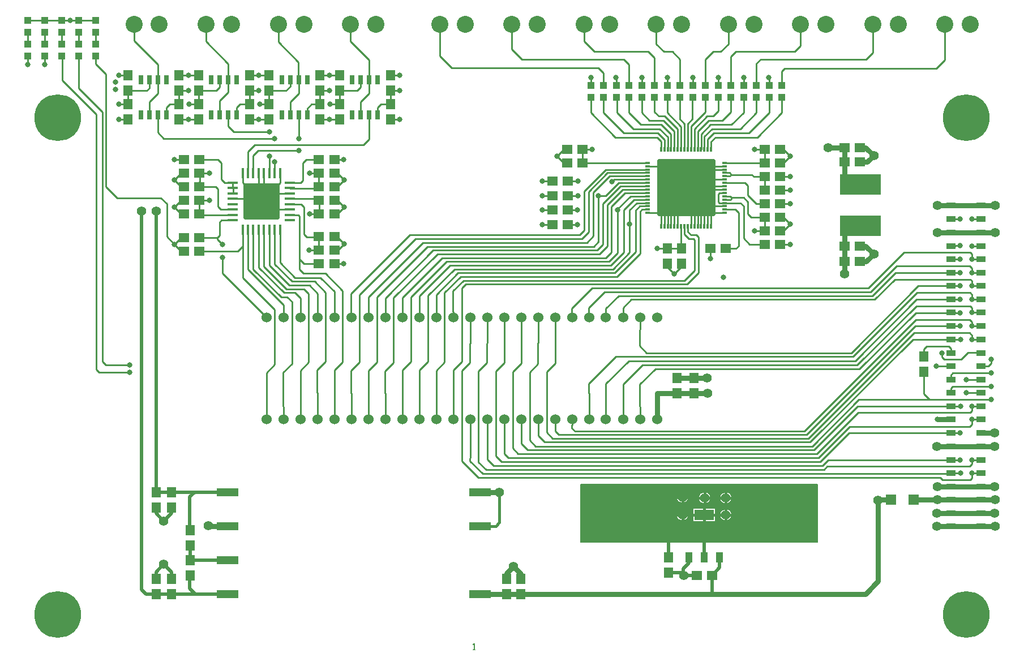
<source format=gbr>
%FSLAX23Y23*%
%MOIN*%
G04 EasyPC Gerber Version 17.0 Build 3379 *
%ADD118R,0.01260X0.03150*%
%ADD121R,0.01598X0.05906*%
%ADD80R,0.02559X0.05512*%
%ADD119R,0.03150X0.01260*%
%ADD120R,0.05906X0.01598*%
%ADD93R,0.03937X0.04291*%
%ADD81R,0.04488X0.06496*%
%ADD79R,0.05500X0.06000*%
%ADD71R,0.05512X0.03504*%
%ADD91R,0.06300X0.06300*%
%ADD10C,0.00500*%
%ADD11C,0.01000*%
%ADD22C,0.01500*%
%ADD20C,0.02000*%
%ADD78C,0.02500*%
%ADD21C,0.03000*%
%ADD70C,0.03200*%
%ADD19C,0.05600*%
%ADD13C,0.06000*%
%ADD76C,0.10000*%
%ADD12C,0.27500*%
%ADD122R,0.12598X0.04724*%
%ADD84R,0.06000X0.05500*%
%ADD82R,0.11811X0.06496*%
%ADD123R,0.24016X0.12047*%
X0Y0D02*
D02*
D10*
X2725Y69D02*
X2737D01*
X2731D02*
Y107D01*
X2725Y101*
X4753Y703D02*
Y1043D01*
X3358*
Y703*
X4753*
X3922Y863D02*
G75*
G02X3993I36D01*
G01*
G75*
G02X3922I-36*
G01*
Y968D02*
G75*
G02X3993I36D01*
G01*
G75*
G02X3922I-36*
G01*
X4052Y963D02*
G75*
G02X4123I36D01*
G01*
G75*
G02X4052I-36*
G01*
X4152Y824D02*
X4019D01*
Y904*
X4152*
Y824*
X4177Y863D02*
G75*
G02X4248I36D01*
G01*
G75*
G02X4177I-36*
G01*
Y963D02*
G75*
G02X4248I36D01*
G01*
G75*
G02X4177I-36*
G01*
X3358Y863D02*
G36*
Y703D01*
X4753*
Y863*
X4248*
G75*
G02X4177I-36*
G01*
X4152*
Y824*
X4019*
Y863*
X3993*
G75*
G02X3922I-36*
G01*
X3358*
G37*
X3922D02*
G36*
G75*
G02X3993I36D01*
G01*
X4019*
Y904*
X4152*
Y863*
X4177*
G75*
G02X4248I36*
G01*
X4753*
Y968*
X4248*
G75*
G02X4248Y963I-35J-5*
G01*
G75*
G02X4177I-36*
G01*
G75*
G02X4177Y968I36J0*
G01*
X4123*
G75*
G02X4123Y963I-35J-5*
G01*
G75*
G02X4052I-36*
G01*
G75*
G02X4052Y968I36J0*
G01*
X3993*
G75*
G02X3922I-36*
G01*
X3358*
Y863*
X3922*
G37*
Y968D02*
G36*
G75*
G02X3993I36D01*
G01*
X4052*
G75*
G02X4123I35J-5*
G01*
X4177*
G75*
G02X4248I35J-5*
G01*
X4753*
Y1043*
X3358*
Y968*
X3922*
G37*
D02*
D11*
X102Y3565D02*
Y3515D01*
X102Y3705D02*
Y3636D01*
X102Y3635*
X201Y3705D02*
Y3636D01*
X202Y3635*
X201Y3775D02*
X102D01*
X102Y3775*
X201Y3775D02*
X301D01*
X202Y3565D02*
Y3515D01*
X301Y3705D02*
Y3636D01*
X302Y3635*
X301Y3775D02*
X352D01*
X401Y3705D02*
Y3636D01*
X402Y3635*
X401Y3775D02*
X352D01*
X402Y3565D02*
Y3560D01*
X402*
Y3378*
X543Y3238*
Y1765*
X562Y1746*
X703*
X501Y3705D02*
Y3701D01*
X502Y3700*
Y3635*
X501Y3775D02*
X401D01*
X502Y3565D02*
Y3520D01*
X562Y3460*
Y2796*
X629Y2729*
X886*
X921Y2695*
Y2502*
X966Y2457*
X693Y3193D02*
X638D01*
X693Y3283D02*
Y3363D01*
Y3283D02*
X638D01*
X693Y3363D02*
X803D01*
X818Y3378*
Y3428*
X693Y3453D02*
X638D01*
X703Y1702D02*
X523D01*
X506Y1719*
Y3223*
X304Y3424*
Y3553*
X302Y3556*
Y3565*
X868Y3219D02*
Y3115D01*
X903Y3080*
X1557*
X868Y3428D02*
Y3516D01*
X728Y3655*
Y3752*
X728Y3753*
X868Y3428D02*
Y3348D01*
X818Y3298*
Y3219*
X948Y488D02*
Y493D01*
X993Y3193D02*
X1048D01*
X993Y3283D02*
X938D01*
X918Y3263*
Y3219*
X993Y3283D02*
Y3363D01*
X1048*
X993Y3453D02*
X1048D01*
X1023Y2418D02*
X1019D01*
X1019Y2417*
X1006*
X966Y2457*
X1023Y2498D02*
X1006D01*
X966Y2457*
X1023Y2638D02*
X1020D01*
X1020Y2637*
X1004*
X965Y2676*
X1023Y2718D02*
X1007D01*
X965Y2676*
X1023Y2798D02*
X1018D01*
X1017Y2797*
X1006*
X966Y2837*
X1023Y2878D02*
X1007D01*
X966Y2837*
X1023Y2958D02*
X965D01*
X965Y2958*
X1108Y3193D02*
X1048D01*
X1108Y3283D02*
Y3363D01*
Y3283D02*
X1083D01*
Y3283*
X1053*
X1108Y3363D02*
X1213D01*
X1233Y3383*
Y3428*
X1108Y3453D02*
X1048D01*
X1113Y2638D02*
Y2631D01*
X1310*
X1310Y2631*
X1310*
X1113Y2718D02*
X1173D01*
X1113D02*
Y2638D01*
Y2798D02*
X1208D01*
X1222Y2783*
Y2681*
X1240Y2663*
X1310*
X1310Y2663*
X1113Y2878D02*
X1173D01*
X1113D02*
Y2875D01*
X1117Y2870*
Y2829*
X1113Y2824*
Y2798*
Y2958D02*
X1223D01*
X1242Y2938*
Y2841*
X1263Y2821*
X1310*
X1310Y2820*
X1218Y2496D02*
Y2486D01*
X1249Y2455*
X1218Y2496D02*
X1114D01*
X1113Y2498*
X1249Y2381D02*
Y2286D01*
X1508Y2028*
X1283Y3219D02*
Y3152D01*
X1316Y3119*
X1525*
X1283Y3428D02*
Y3520D01*
X1151Y3652*
Y3751*
X1153Y3753*
X1283Y3428D02*
Y3353D01*
X1233Y3303*
Y3219*
X1310Y2600D02*
X1242D01*
X1231Y2588*
Y2509*
X1218Y2496*
X1310Y2726D02*
X1381D01*
X1384Y2723*
X1310Y2757D02*
Y2760D01*
X1311Y2761*
Y2787*
X1310Y2787*
Y2789*
Y2820*
X1368Y2446D02*
Y2261D01*
X1557Y2072*
Y2003*
X1368Y2446D02*
Y2446D01*
X1339Y2417*
X1140*
X1140Y2418*
X1113*
X1368Y2543D02*
Y2446D01*
Y2877D02*
Y2821D01*
X1384Y2804*
X1399Y2543D02*
Y2309D01*
X1608Y2100*
X1608Y2100*
Y2028*
X1408Y3193D02*
X1463D01*
X1408Y3283D02*
Y3283D01*
X1353*
X1333Y3263*
Y3219*
X1408Y3363D02*
Y3283D01*
Y3363D02*
X1463D01*
X1408Y3453D02*
X1463D01*
X1462Y2543D02*
Y2321D01*
X1611Y2172*
X1675*
X1708Y2139*
Y2061*
X1708Y2060*
Y2028*
X1462Y2877D02*
Y2805D01*
X1463Y2804*
X1493Y2543D02*
Y2326D01*
X1626Y2193*
X1730*
X1757Y2165*
Y1763*
X1708Y1714*
Y1580*
X1708Y1580*
Y1428*
X1493Y2877D02*
Y2805D01*
X1493Y2804*
X1523Y3193D02*
X1463D01*
X1523Y3283D02*
Y3363D01*
Y3283D02*
X1498D01*
Y3283*
X1468*
X1523Y3363D02*
X1623D01*
X1648Y3388*
Y3428*
X1523Y3453D02*
X1463D01*
X1525Y2543D02*
Y2333D01*
X1643Y2215*
X1761*
X1809Y2168*
X1808Y2167*
Y2028*
X1525Y2975D02*
Y2879D01*
X1525Y2879*
Y2877*
X1556Y2543D02*
Y2340D01*
X1658Y2239*
X1791*
X1856Y2174*
Y1765*
X1807Y1716*
Y1584*
X1808Y1584*
Y1428*
X1556Y2877D02*
Y2943D01*
X1557Y2943*
Y2003D02*
Y1750D01*
X1508Y1701*
Y1581*
X1508Y1581*
Y1428*
X1588Y2543D02*
Y2540D01*
X1588Y2540*
Y2349*
X1675Y2261*
X1825*
X1908Y2179*
Y2028*
X1588Y2877D02*
Y2820D01*
X1573Y2804*
X1608Y1428D02*
X1606Y1579D01*
Y1702*
X1658Y1753*
Y2120*
X1630Y2148*
X1594*
X1430Y2311*
Y2543*
X1645Y2631D02*
X1647D01*
X1648Y2631*
X1694*
X1703Y2622*
Y2370*
X1645Y2663D02*
Y2663D01*
X1573*
X1645Y2694D02*
X1712D01*
X1729Y2677*
Y2516*
X1744Y2501*
X1816*
X1817Y2503*
X1645Y2726D02*
X1809D01*
X1817Y2718*
X1645Y2757D02*
X1573D01*
X1573Y2758*
X1645Y2789D02*
Y2788D01*
X1809*
X1817Y2797*
Y2798*
X1698Y3219D02*
Y3080D01*
X1698Y3080*
X1698Y3428D02*
Y3445D01*
X1696Y3446*
Y3531*
X1578Y3649*
Y3752*
X1578Y3753*
X1698Y3428D02*
Y3348D01*
X1648Y3298*
Y3219*
X1698Y3009D02*
X1459D01*
X1430Y2980*
Y2878*
X1430Y2878*
Y2877*
X1703Y2370D02*
Y2309D01*
X1726Y2285*
X1855*
X1956Y2184*
Y1763*
X1910Y1718*
X1908*
Y1428*
X1703Y2370D02*
Y2369D01*
X1729Y2343*
X1817*
X1817Y2343*
Y2423D02*
X1758D01*
X1817Y2503D02*
Y2423D01*
Y2638D02*
X1762D01*
X1761Y2638*
X1817Y2638D02*
Y2642D01*
X1819Y2643*
Y2717*
X1817Y2718*
Y2878D02*
X1762D01*
X1761Y2878*
X1817Y2878D02*
Y2798D01*
Y2958D02*
X1743D01*
X1722Y2937*
Y2833*
X1710Y2821*
X1645*
X1645Y2820*
X1823Y3193D02*
X1878D01*
X1823Y3283D02*
X1773D01*
X1748Y3258*
Y3219*
X1823Y3363D02*
Y3283D01*
Y3363D02*
X1878D01*
X1823Y3453D02*
X1878D01*
X1908Y2343D02*
X1963D01*
X1963Y2343*
X1908Y2423D02*
X1911D01*
X1912Y2421*
X1926*
X1965Y2460*
X1908Y2503D02*
X1922D01*
X1965Y2460*
X1908Y2638D02*
X1924D01*
X1965Y2678*
X1908Y2718D02*
X1925D01*
X1965Y2678*
X1908Y2798D02*
X1924D01*
X1965Y2838*
X1908Y2878D02*
X1925D01*
X1965Y2838*
X1908Y2958D02*
X1962D01*
X1963Y2957*
X1938Y3193D02*
X1878D01*
X1938Y3283D02*
X1883D01*
X1938D02*
Y3363D01*
X2043*
X2063Y3383*
Y3428*
X1938Y3453D02*
X1878D01*
X2113Y3219D02*
Y3078D01*
X2078Y3043*
X1439*
X1399Y3003*
Y2879*
X1399Y2878*
Y2877*
X2113Y3428D02*
Y3544D01*
X2002Y3654*
Y3752*
X2003Y3753*
X2113Y3428D02*
Y3348D01*
X2063Y3298*
Y3219*
X2238Y3193D02*
X2293D01*
X2238Y3283D02*
X2183D01*
X2163Y3263*
Y3219*
X2238Y3363D02*
X2293D01*
X2238D02*
Y3283D01*
Y3453D02*
X2293D01*
X2608Y2028D02*
Y2059D01*
X2607Y2059*
Y2183*
X2669Y2244*
X3969*
X4029Y2304*
Y2484*
X4021Y2491*
X3995*
X3969Y2517*
Y2564*
X3193Y2574D02*
X3133D01*
X3193Y2659D02*
X3133D01*
X3193Y2744D02*
X3133D01*
X3193Y2829D02*
X3193D01*
Y2829*
X3133*
X3280Y2938D02*
X3260D01*
X3220Y2978*
X3280Y3018D02*
X3260D01*
X3220Y2978*
X3283Y2574D02*
X3340D01*
X3283Y2659D02*
X3339D01*
X3339Y2659*
X3283Y2744D02*
X3341D01*
X3341Y2744*
Y2829D02*
X3283D01*
X3283Y2829*
X3370Y3018D02*
X3425D01*
X3370D02*
Y2938D01*
X3418Y3393D02*
Y3440D01*
X3418Y3440*
X3463Y2744D02*
Y2474D01*
X3434Y2444*
X2456*
X2159Y2147*
Y1763*
X2108Y1712*
Y1578*
X2108Y1428*
X3493Y3393D02*
Y3468D01*
X3463Y3498*
X2598*
X2528Y3568*
Y3753*
X3568Y3393D02*
Y3440D01*
X3567Y3440*
X3577Y2660D02*
Y2406D01*
X3526Y2355*
X2569*
X2359Y2145*
Y1767*
X2309Y1717*
Y1579*
X2308Y1428*
X3643Y3393D02*
Y3518D01*
X3613Y3548*
X3013*
X2953Y3608*
Y3753*
X3646Y2575D02*
Y2409D01*
X3548Y2311*
X2615*
X2459Y2155*
Y1768*
X2408Y1717*
Y1580*
X2408Y1580*
Y1428*
X3718Y3393D02*
Y3416D01*
X3718*
Y3440*
X3753Y2642D02*
X3828D01*
X3833Y2638*
X3753Y2662D02*
X3719D01*
X3708Y2651*
Y2404*
X3571Y2266*
X2652*
X2557Y2172*
Y1762*
X2509Y1714*
Y1579*
X2508Y1428*
X3753Y2682D02*
X3707D01*
X3682Y2657*
Y2412*
X3558Y2289*
X2636*
X2508Y2160*
Y2054*
X2508Y2054*
Y2028*
X3753Y2701D02*
X3688D01*
X3646Y2660*
Y2575*
X3753Y2721D02*
X3672D01*
X3612Y2661*
Y2409*
X3536Y2333*
X2589*
X2408Y2152*
Y2028*
X2408*
X3753Y2741D02*
X3653D01*
X3577Y2665*
Y2660*
X3753Y2760D02*
X3618D01*
X3538Y2681*
Y2409*
X3507Y2378*
X2542*
X2308Y2143*
Y2028*
X3753Y2780D02*
X3605D01*
X3515Y2690*
Y2445*
X3470Y2400*
X2514*
X2257Y2143*
Y1761*
X2205Y1710*
Y1581*
X2208Y1579*
Y1428*
X3753Y2800D02*
X3750D01*
X3749Y2799*
X3593*
X3488Y2695*
Y2456*
X3455Y2422*
X2489*
X2208Y2141*
Y2028*
X3753Y2820D02*
X3750D01*
X3749Y2819*
X3582*
X3507Y2744*
X3463*
X3753Y2839D02*
X3751D01*
X3751Y2839*
X3556*
X3542Y2826*
X3753Y2859D02*
X3528D01*
X3431Y2762*
Y2505*
X3394Y2467*
X2428*
X2108Y2148*
Y2028*
X2108*
X3753Y2879D02*
X3517D01*
X3405Y2767*
Y2531*
X3364Y2490*
X2386*
X2057Y2160*
Y1763*
X2007Y1714*
Y1581*
X2008Y1580*
Y1428*
X3753Y2898D02*
X3506D01*
X3379Y2771*
Y2540*
X3352Y2514*
X2353*
X2007Y2168*
Y2028*
X2008*
X3753Y2918D02*
X3822D01*
X3822Y2918*
X3753Y2938D02*
X3600D01*
Y2938*
X3370*
X3793Y3393D02*
Y3558D01*
X3757Y3593*
X3438*
X3378Y3653*
Y3753*
X3831Y2564D02*
Y2631D01*
X3838Y2638*
X3831Y3016D02*
Y3064D01*
X3808Y3088*
X3563*
X3418Y3233*
Y3323*
X3851Y2564D02*
Y2636D01*
X3853Y2638*
X3851Y3016D02*
Y3074D01*
X3813Y3113*
X3613*
X3493Y3233*
Y3323*
X3868Y2343D02*
Y2323D01*
X3908Y2283*
X3868Y2433D02*
X3808D01*
X3868Y3393D02*
Y3439D01*
X3868Y3440*
X3871Y2564D02*
Y2636D01*
X3873Y2638*
X3871Y3016D02*
Y3090D01*
X3822Y3138*
X3668*
X3572Y3233*
Y3318*
X3568Y3323*
X3890Y2564D02*
Y2635D01*
X3893Y2638*
X3890Y3016D02*
Y3105D01*
X3833Y3163*
X3713*
X3643Y3233*
Y3323*
X3910Y2564D02*
Y2635D01*
X3908Y2638*
X3910Y3016D02*
Y3017D01*
X3910Y3018*
Y3123*
X3845Y3188*
X3763*
X3718Y3233*
Y3323*
X3930Y2564D02*
Y2635D01*
X3933Y2638*
X3930Y3016D02*
Y3135D01*
X3853Y3213*
X3818*
X3793Y3238*
Y3323*
X3943Y3393D02*
Y3548D01*
X3898Y3593*
X3848*
X3803Y3638*
Y3753*
X3949Y2564D02*
Y2436D01*
X3953Y2433*
X3949Y3016D02*
Y3151D01*
X3868Y3233*
Y3323*
X3953Y2343D02*
Y2328D01*
X3908Y2283*
X3953Y2433D02*
X3868D01*
X3969Y3016D02*
X3969D01*
Y3168*
X3941Y3196*
Y3323*
X3943*
X3989Y2564D02*
Y2531D01*
X4008Y2512*
X4040*
X4053Y2500*
Y2290*
X3984Y2222*
X2681*
X2659Y2199*
Y1765*
X2609Y1715*
Y1579*
X2608Y1428*
X3989Y3016D02*
X3988D01*
Y3168*
X4016Y3196*
Y3323*
X4018*
X4008Y2564D02*
Y2637D01*
X4008Y2638*
X4008Y3016D02*
X4008D01*
Y3153*
X4093Y3238*
Y3323*
X4018Y3393D02*
Y3439D01*
X4018Y3440*
X4028Y2564D02*
Y2637D01*
X4028Y2638*
X4028Y3016D02*
X4028D01*
Y3138*
X4103Y3213*
X4138*
X4168Y3243*
Y3323*
X4048Y2564D02*
Y2637D01*
X4048Y2638*
X4048Y3016D02*
Y3017D01*
X4048Y3018*
Y3123*
X4113Y3188*
X4193*
X4243Y3238*
Y3323*
X4067Y2564D02*
Y2638D01*
X4068Y2638*
X4067Y3016D02*
Y3018D01*
X4068Y3018*
Y3108*
X4122Y3163*
X4247*
X4318Y3233*
Y3323*
X4087Y2564D02*
Y2637D01*
X4088Y2638*
X4087Y3016D02*
Y3092D01*
X4133Y3138*
X4298*
X4393Y3233*
Y3323*
X4093Y3393D02*
Y3548D01*
X4138Y3593*
X4183*
X4228Y3638*
Y3753*
X4107Y2564D02*
Y2637D01*
X4108Y2638*
X4107Y3016D02*
Y3077D01*
X4143Y3113*
X4348*
X4468Y3233*
Y3323*
X4122Y2433D02*
Y2373D01*
X4127Y2564D02*
Y2632D01*
X4138Y2643*
X4127Y3016D02*
Y3062D01*
X4153Y3088*
X4398*
X4543Y3233*
Y3323*
X4168Y3393D02*
Y3399D01*
X4168Y3399*
Y3440*
X4205Y2642D02*
Y2643D01*
X4138*
X4205Y2662D02*
X4268D01*
X4288Y2643*
Y2448*
X4273Y2433*
X4213*
X4205Y2682D02*
X4138D01*
X4138Y2683*
X4205Y2701D02*
X4299D01*
X4318Y2683*
Y2493*
X4353Y2458*
X4443*
X4205Y2741D02*
X4239D01*
X4247Y2733*
X4205Y2760D02*
X4175D01*
X4168Y2753*
Y2708*
X4174Y2701*
X4205*
Y2780D02*
X4140D01*
X4138Y2783*
X4205Y2800D02*
X4140D01*
X4138Y2803*
X4205Y2820D02*
X4326D01*
X4343Y2803*
Y2748*
X4393Y2698*
X4443*
X4205Y2839D02*
X4141D01*
X4138Y2843*
X4205Y2879D02*
X4234D01*
X4245Y2868*
X4205Y2898D02*
X4138D01*
X4138Y2898*
X4205Y2918D02*
X4138D01*
X4138Y2918*
X4205Y2938D02*
X4443D01*
X4243Y3393D02*
Y3563D01*
X4273Y3593*
X4618*
X4653Y3628*
Y3753*
X4245Y2868D02*
X4236Y2859D01*
X4205*
X4247Y2733D02*
X4318D01*
X4343Y2708*
Y2638*
X4363Y2618*
X4443*
X4247Y2733D02*
Y2728D01*
X4241Y2721*
X4205*
X4318Y3393D02*
Y3398D01*
X4319Y3399*
Y3440*
X4393Y3393D02*
Y3523D01*
X4418Y3548*
X5038*
X5078Y3588*
Y3753*
X4443Y2538D02*
X4383D01*
X4443Y2618D02*
Y2538D01*
Y2858D02*
Y2778D01*
Y2858D02*
X4442D01*
Y2857*
X4378*
X4367Y2868*
X4245*
X4443Y2938D02*
Y3018D01*
X4383*
X4468Y3393D02*
Y3439D01*
X4467Y3440*
X4532Y2458D02*
X4593D01*
X4532Y2538D02*
X4553D01*
X4593Y2578*
X4532Y2618D02*
X4553D01*
X4593Y2578*
X4532Y2698D02*
X4593D01*
X4532Y2778D02*
X4593D01*
X4532Y2858D02*
X4593D01*
X4532Y2938D02*
X4553D01*
X4593Y2978*
X4532Y3018D02*
X4553D01*
X4593Y2978*
X4543Y3393D02*
Y3478D01*
X4558Y3493*
X5453*
X5503Y3543*
Y3753*
X5414Y1543D02*
X4997D01*
X4723Y1268*
X3092*
X3058Y1302*
Y1704*
X3107Y1752*
Y1876*
X3108Y1877*
Y2028*
X5414Y1543D02*
X5413D01*
X5378Y1578*
Y1706*
X5378Y1706*
Y1708*
X5453Y1740D02*
Y1740D01*
X5539*
X5486Y1816D02*
Y1792D01*
X5498Y1780*
X5600*
X5640Y1820*
X5715*
X5716Y1818*
X5539Y1110D02*
Y1107D01*
X2781*
X2707Y1181*
Y1198*
X2708Y1199*
Y1428*
X5539Y1188D02*
Y1188D01*
X4816*
X4781Y1153*
X2845*
X2808Y1190*
Y1428*
X5539Y1346D02*
X4939D01*
X4770Y1177*
X2891*
X2858Y1209*
Y1710*
X2908Y1760*
Y1874*
X2908Y1875*
Y2028*
X5539Y1503D02*
Y1503D01*
X4990*
X4733Y1246*
X3045*
X3008Y1283*
Y1428*
X5539Y1582D02*
Y1610D01*
X5550Y1621*
X5775*
X5539Y1661D02*
Y1688D01*
X5550Y1700*
X5775*
X5539Y1818D02*
Y1844D01*
X5525Y1857*
X5395*
X5379Y1841*
Y1799*
X5378Y1798*
X5539Y1897D02*
X5316D01*
X4710Y1292*
X3147*
X3108Y1331*
Y1428*
X5539Y1976D02*
X5330D01*
X4689Y1335*
X3228*
X3208Y1356*
Y1428*
X5539Y2055D02*
Y2054D01*
X5331*
X5000Y1724*
X3798*
X3707Y1632*
Y1578*
X3708Y1428*
X5539Y2133D02*
Y2133D01*
X5336*
X4974Y1771*
X3642*
X3507Y1636*
Y1578*
X3507Y1428*
X5539Y2212D02*
X5345D01*
X4951Y1818*
X3747*
X3706Y1860*
Y1880*
X3708Y2028*
X5539Y2291D02*
X5213D01*
X5076Y2154*
X3582*
X3507Y2079*
Y2061*
X3507Y2060*
Y2028*
X5591Y2369D02*
X5564D01*
Y2370*
X5539*
X5592Y2213D02*
X5566D01*
Y2212*
X5539*
X5592Y2449D02*
X5566D01*
Y2448*
X5539*
X5593Y1188D02*
X5566D01*
Y1188*
X5539*
X5593Y1345D02*
X5566D01*
Y1346*
X5539*
X5593Y1976D02*
X5566D01*
Y1976*
X5539*
X5593Y2054D02*
X5566D01*
Y2055*
X5539*
X5593Y2133D02*
X5566D01*
Y2133*
X5539*
X5593Y2291D02*
X5564D01*
Y2291*
X5539*
X5593Y2606D02*
X5566D01*
Y2606*
X5539*
X5594Y1110D02*
X5567D01*
Y1110*
X5539*
X5594Y1897D02*
X5567D01*
Y1897*
X5539*
X5595Y1503D02*
X5567D01*
Y1503*
X5539*
X5628Y1583D02*
X5672D01*
Y1582*
X5716*
X5629Y1661D02*
X5672D01*
Y1661*
X5716*
X5663Y1110D02*
Y1081D01*
X5651Y1070*
X5490*
X5477Y1083*
X2756*
X2660Y1179*
Y1712*
X2707Y1760*
Y1873*
X2708Y1873*
Y2028*
X5663Y1110D02*
X5716D01*
X5663Y1188D02*
Y1162D01*
X5650Y1149*
X4810*
X4791Y1131*
X2801*
X2757Y1174*
Y1711*
X2807Y1761*
Y1874*
X2808Y1875*
Y2028*
X5663Y1188D02*
X5716D01*
X5663Y1425D02*
Y1398D01*
X5649Y1384*
X4942*
X4758Y1199*
X2931*
X2908Y1222*
Y1428*
X5663Y1425D02*
X5716D01*
X5663Y1503D02*
Y1476D01*
X5653Y1466*
X4991*
X4748Y1223*
X2990*
X2958Y1256*
Y1706*
X3008Y1756*
Y1875*
X3008Y1875*
Y2028*
X5663Y1503D02*
X5716D01*
X5663Y1897D02*
Y1921D01*
X5648Y1936*
X5321*
X4699Y1314*
X3193*
X3158Y1349*
Y1705*
X3209Y1756*
Y1876*
X3208Y2028*
X5663Y1897D02*
X5716D01*
X5663Y1976D02*
Y2001D01*
X5649Y2014*
X5332*
X4674Y1357*
X3325*
X3307Y1374*
Y1392*
X3308Y1392*
Y1428*
X5663Y1976D02*
X5716D01*
X5663Y2055D02*
Y2083D01*
X5651Y2094*
X5334*
X4986Y1746*
X3721*
X3608Y1634*
Y1578*
X3608Y1428*
X5663Y2055D02*
X5716D01*
X5663Y2133D02*
Y2160D01*
X5651Y2172*
X5338*
X4961Y1795*
X3567*
X3407Y1635*
Y1579*
X3408Y1579*
Y1428*
X5663Y2133D02*
X5716D01*
X5663Y2212D02*
Y2242D01*
X5653Y2251*
X5208*
X5088Y2132*
X3657*
X3608Y2082*
Y2028*
X5663Y2212D02*
X5716D01*
X5663Y2291D02*
Y2318D01*
X5650Y2330*
X5218*
X5065Y2177*
X3500*
X3407Y2084*
Y2051*
X3408Y2050*
Y2028*
X5663Y2291D02*
X5716D01*
X5663Y2370D02*
Y2399D01*
X5651Y2410*
X5262*
X5051Y2199*
X3425*
X3306Y2080*
Y2054*
X3308Y2053*
Y2028*
X5663Y2370D02*
X5716D01*
X5663Y2448D02*
X5716D01*
X5663Y2606D02*
X5716D01*
Y1740D02*
X5758D01*
X5775Y1756*
Y1780*
Y1543D02*
X5414D01*
X5799Y952D02*
X5799Y952D01*
D02*
D12*
X278Y278D03*
Y3203D03*
X5628Y278D03*
Y3203D03*
D02*
D13*
X1508Y1428D03*
Y2028D03*
X1608Y1428D03*
Y2028D03*
X1708Y1428D03*
Y2028D03*
X1808Y1428D03*
Y2028D03*
X1908Y1428D03*
Y2028D03*
X2008Y1428D03*
Y2028D03*
X2108Y1428D03*
Y2028D03*
X2208Y1428D03*
Y2028D03*
X2308Y1428D03*
Y2028D03*
X2408Y1428D03*
Y2028D03*
X2508Y1428D03*
Y2028D03*
X2608Y1428D03*
Y2028D03*
X2708Y1428D03*
Y2028D03*
X2808Y1428D03*
Y2028D03*
X2908Y1428D03*
Y2028D03*
X3008Y1428D03*
Y2028D03*
X3108Y1428D03*
Y2028D03*
X3208Y1428D03*
Y2028D03*
X3308Y1428D03*
Y2028D03*
X3408Y1428D03*
Y2028D03*
X3507Y1428D03*
Y2028D03*
X3608Y1428D03*
Y2028D03*
X3708Y1428D03*
Y2028D03*
X3808Y1428D03*
Y2028D03*
D02*
D19*
X773Y2653D03*
X858D03*
X903Y573D03*
Y828D03*
X1166Y799D03*
X2878Y998D03*
X2962Y560D03*
X3958Y863D03*
Y968D03*
X3964Y508D03*
X4088Y963D03*
X4102Y1669D03*
X4104Y1580D03*
X4213Y863D03*
Y963D03*
X4815Y3026D03*
X4912Y2283D03*
X5084Y2400D03*
Y2979D03*
X5108Y951D03*
X5457Y795D03*
Y874D03*
Y1267D03*
X5458Y952D03*
Y2527D03*
Y2685D03*
X5459Y1031D03*
X5797Y874D03*
Y1031D03*
Y1267D03*
Y1347D03*
X5799Y795D03*
Y952D03*
Y2527D03*
Y2685D03*
D02*
D70*
X102Y3515D03*
X202D03*
X352Y3775D03*
X620Y3370D03*
Y3412D03*
X638Y3193D03*
Y3283D03*
Y3453D03*
X703Y1702D03*
Y1746D03*
X965Y2676D03*
Y2958D03*
X966Y2837D03*
X966Y2457D03*
X1048Y3193D03*
Y3363D03*
Y3453D03*
X1053Y3283D03*
X1173Y2718D03*
Y2878D03*
X1249Y2381D03*
Y2455D03*
X1408Y2638D03*
Y2713D03*
Y2783D03*
X1463Y3193D03*
Y3363D03*
Y3453D03*
X1468Y3283D03*
X1478Y2638D03*
Y2713D03*
Y2783D03*
X1525Y2975D03*
Y3119D03*
X1548Y2713D03*
Y2783D03*
X1553Y2638D03*
X1557Y2943D03*
Y3080D03*
X1698Y3009D03*
Y3080D03*
X1758Y2423D03*
X1761Y2638D03*
Y2878D03*
X1878Y3193D03*
Y3363D03*
Y3453D03*
X1883Y3283D03*
X1963Y2343D03*
Y2957D03*
X1965Y2460D03*
Y2678D03*
Y2838D03*
X2293Y3193D03*
Y3363D03*
Y3453D03*
X3133Y2574D03*
Y2659D03*
Y2744D03*
X3133Y2829D03*
X3220Y2978D03*
X3339Y2659D03*
X3340Y2574D03*
X3341Y2744D03*
Y2829D03*
X3418Y3440D03*
X3425Y3018D03*
X3463Y2744D03*
X3542Y2826D03*
X3567Y3440D03*
X3577Y2660D03*
X3646Y2575D03*
X3718Y3440D03*
X3808Y2433D03*
X3858Y2668D03*
Y2793D03*
Y2918D03*
X3868Y3440D03*
X3908Y2283D03*
X3928Y2728D03*
Y2858D03*
X3988Y2668D03*
Y2793D03*
Y2918D03*
X4018Y3440D03*
X4058Y2728D03*
Y2858D03*
X4103Y2673D03*
Y2793D03*
Y2918D03*
X4122Y2373D03*
X4168Y3440D03*
X4199Y2264D03*
X4319Y3440D03*
X4383Y2538D03*
Y3018D03*
X4467Y3440D03*
X4593Y2458D03*
Y2578D03*
Y2698D03*
Y2778D03*
Y2858D03*
Y2978D03*
X5453Y1740D03*
X5458Y1425D03*
X5486Y1816D03*
X5591Y2369D03*
X5592Y2213D03*
Y2449D03*
X5593Y1188D03*
Y1345D03*
Y1976D03*
Y2054D03*
Y2133D03*
Y2291D03*
Y2606D03*
X5594Y1110D03*
Y1897D03*
X5595Y1503D03*
X5628Y1583D03*
X5629Y1661D03*
X5663Y1110D03*
Y1188D03*
Y1425D03*
Y1503D03*
Y1897D03*
Y1976D03*
Y2055D03*
Y2133D03*
Y2212D03*
Y2291D03*
Y2370D03*
Y2448D03*
Y2606D03*
X5775Y1543D03*
Y1621D03*
Y1700D03*
Y1780D03*
D02*
D71*
X5539Y795D03*
Y873D03*
Y952D03*
Y1031D03*
Y1110D03*
Y1188D03*
Y1267D03*
Y1346D03*
Y1425D03*
Y1503D03*
Y1582D03*
Y1661D03*
Y1740D03*
Y1818D03*
Y1897D03*
Y1976D03*
Y2055D03*
Y2133D03*
Y2212D03*
Y2291D03*
Y2370D03*
Y2448D03*
Y2527D03*
Y2606D03*
Y2685D03*
X5716Y795D03*
Y873D03*
Y952D03*
Y1031D03*
Y1110D03*
Y1188D03*
Y1267D03*
Y1346D03*
Y1425D03*
Y1503D03*
Y1582D03*
Y1661D03*
Y1740D03*
Y1818D03*
Y1897D03*
Y1976D03*
Y2055D03*
Y2133D03*
Y2212D03*
Y2291D03*
Y2370D03*
Y2448D03*
Y2527D03*
Y2606D03*
Y2685D03*
D02*
D20*
X858Y398D02*
X798D01*
X773Y423*
Y2653*
X858Y488D02*
Y528D01*
X903Y573*
X858Y908D02*
Y873D01*
X903Y828*
X858Y2653D02*
Y998D01*
X948Y398D02*
X858D01*
X948Y493D02*
Y528D01*
X903Y573*
X948Y908D02*
Y873D01*
X903Y828*
X948Y998D02*
X858D01*
X1059Y598D02*
Y683D01*
X1088Y998D02*
X948D01*
X948Y998*
X1088Y998D02*
X1084D01*
X1057Y971*
Y774*
X1059Y773*
X1093Y398D02*
X948D01*
X948Y398*
X1093Y398D02*
X1088D01*
X1057Y429*
Y507*
X1059Y508*
X1279Y398D02*
X1093D01*
X1279Y598D02*
X1059D01*
X1059Y598*
X1279Y998D02*
X1088D01*
X3875Y523D02*
X3949D01*
X3964Y508*
X3875Y613D02*
Y725D01*
X3878Y728*
X3995Y614D02*
Y579D01*
X3963Y547*
Y509*
X3964Y508*
X4041D02*
X3964D01*
X4086Y614D02*
Y719D01*
X4082Y723*
X4131Y508D02*
Y398D01*
X4131Y398*
X4176Y614D02*
Y553D01*
X4131Y508*
D02*
D21*
X1279Y798D02*
X1166D01*
X1166Y799*
X2767Y398D02*
X2920D01*
X2921Y398*
X2767Y998D02*
X2861D01*
X2876Y983*
Y996*
X2878Y998*
X2921Y398D02*
X3007D01*
X2921Y488D02*
Y519D01*
X2962Y560*
X3007Y398D02*
X4131D01*
X3007Y488D02*
Y515D01*
X2962Y560*
X3927Y1579D02*
X3809D01*
X3808Y1428*
X3927Y1669D02*
X4027D01*
Y1579D02*
X3927D01*
X4027D02*
X4102D01*
X4104Y1580*
X4027Y1669D02*
X4102D01*
X4131Y398D02*
X5035D01*
X5110Y473*
Y947*
X5108Y949*
Y951*
X4911Y2942D02*
X4911D01*
Y2832*
X4935Y2809*
X5006*
X4911Y3026D02*
X4815D01*
X4911D02*
Y2942D01*
X4912Y2283D02*
Y2355D01*
Y2446*
X4913*
Y2534*
X4946Y2567*
X5006*
X5001Y2942D02*
X5046D01*
X5084Y2979*
X5001Y3026D02*
X5036D01*
X5084Y2979*
X5002Y2355D02*
X5039D01*
X5084Y2400*
X5002Y2446D02*
X5037D01*
X5084Y2400*
X5186Y952D02*
X5110D01*
X5108Y951*
X5320Y952D02*
X5458D01*
X5539Y795D02*
X5716D01*
X5539D02*
X5457D01*
Y795*
X5539Y873D02*
X5457D01*
X5457Y874*
X5539Y952D02*
X5716D01*
X5539D02*
X5458D01*
X5458Y952*
X5539Y1031D02*
X5716D01*
X5539D02*
X5459D01*
X5459Y1031*
X5539Y1267D02*
X5457D01*
X5457Y1267*
X5539Y1425D02*
X5458D01*
X5458Y1425*
X5539Y2527D02*
Y2528D01*
X5716*
Y2527*
X5539D02*
X5458D01*
X5458Y2527*
X5539Y2685D02*
X5458D01*
X5458Y2685*
X5716Y795D02*
X5798D01*
X5799Y795*
X5716Y873D02*
X5539D01*
X5716D02*
X5797D01*
X5797Y874*
X5716Y952D02*
X5799D01*
X5716Y1031D02*
X5797D01*
X5797Y1031*
X5716Y1267D02*
X5539D01*
X5716D02*
X5797D01*
X5797Y1267*
X5716Y1346D02*
X5797D01*
X5797Y1347*
X5716Y2527D02*
X5798D01*
X5799Y2527*
X5716Y2685D02*
X5799D01*
X5799Y2685*
X5716Y2685D02*
X5539D01*
D02*
D22*
X2767Y798D02*
X2858D01*
X2878Y819*
Y998*
X3937Y863D02*
X3917D01*
X3937Y968D02*
X3917D01*
X3958Y842D02*
Y822D01*
Y883D02*
Y903D01*
Y947D02*
Y927D01*
Y988D02*
Y1008D01*
X3978Y863D02*
X3998D01*
X3978Y968D02*
X3998D01*
X4034Y864D02*
X4014D01*
X4067Y963D02*
X4047D01*
X4086Y839D02*
Y819D01*
Y889D02*
Y909D01*
X4088Y942D02*
Y922D01*
Y983D02*
Y1003D01*
X4108Y963D02*
X4128D01*
X4137Y864D02*
X4157D01*
X4192Y863D02*
X4172D01*
X4192Y963D02*
X4172D01*
X4213Y842D02*
Y822D01*
Y883D02*
Y903D01*
Y942D02*
Y922D01*
Y983D02*
Y1003D01*
X4233Y863D02*
X4253D01*
X4233Y963D02*
X4253D01*
D02*
D76*
X728Y3753D03*
X877D03*
X1153D03*
X1303D03*
X1578D03*
X1728D03*
X2003D03*
X2153D03*
X2528D03*
X2678D03*
X2953D03*
X3103D03*
X3378D03*
X3528D03*
X3803D03*
X3953D03*
X4228D03*
X4378D03*
X4653D03*
X4803D03*
X5078D03*
X5228D03*
X5503D03*
X5653D03*
D02*
D78*
X1573Y2804D02*
Y2616D01*
X1386*
X1384Y2617*
Y2804*
X1573*
G36*
Y2616*
X1386*
X1384Y2617*
Y2804*
X1573*
G37*
X3822Y2948D02*
X4138D01*
Y2638*
X3822*
Y2948*
G36*
X4138*
Y2638*
X3822*
Y2948*
G37*
D02*
D79*
X693Y3193D03*
Y3283D03*
Y3363D03*
Y3453D03*
X858Y398D03*
Y488D03*
Y908D03*
Y998D03*
X948Y398D03*
Y488D03*
Y908D03*
Y998D03*
X993Y3193D03*
Y3283D03*
Y3363D03*
Y3453D03*
X1059Y508D03*
Y598D03*
Y683D03*
Y773D03*
X1108Y3193D03*
Y3283D03*
Y3363D03*
Y3453D03*
X1408Y3193D03*
Y3283D03*
Y3363D03*
Y3453D03*
X1523Y3193D03*
Y3283D03*
Y3363D03*
Y3453D03*
X1823Y3193D03*
Y3283D03*
Y3363D03*
Y3453D03*
X1938Y3193D03*
Y3283D03*
Y3363D03*
Y3453D03*
X2238Y3193D03*
Y3283D03*
Y3363D03*
Y3453D03*
X2921Y398D03*
Y488D03*
X3007Y398D03*
Y488D03*
X3868Y2343D03*
Y2433D03*
X3875Y523D03*
Y613D03*
X3927Y1579D03*
Y1669D03*
X3953Y2343D03*
Y2433D03*
X4027Y1579D03*
Y1669D03*
X5378Y1708D03*
Y1798D03*
D02*
D80*
X768Y3219D03*
Y3428D03*
X818Y3219D03*
Y3428D03*
X868Y3219D03*
Y3428D03*
X918Y3219D03*
Y3428D03*
X1183Y3219D03*
Y3428D03*
X1233Y3219D03*
Y3428D03*
X1283Y3219D03*
Y3428D03*
X1333Y3219D03*
Y3428D03*
X1598Y3219D03*
Y3428D03*
X1648Y3219D03*
Y3428D03*
X1698Y3219D03*
Y3428D03*
X1748Y3219D03*
Y3428D03*
X2013Y3219D03*
Y3428D03*
X2063Y3219D03*
Y3428D03*
X2113Y3219D03*
Y3428D03*
X2163Y3219D03*
Y3428D03*
D02*
D81*
X3995Y614D03*
X4086D03*
X4176D03*
D02*
D82*
X4086Y864D03*
D02*
D84*
X1023Y2418D03*
Y2498D03*
Y2638D03*
Y2718D03*
Y2798D03*
Y2878D03*
Y2958D03*
X1113Y2418D03*
Y2498D03*
Y2638D03*
Y2718D03*
Y2798D03*
Y2878D03*
Y2958D03*
X1817Y2343D03*
Y2423D03*
Y2503D03*
Y2638D03*
Y2718D03*
Y2798D03*
Y2878D03*
Y2958D03*
X1908Y2343D03*
Y2423D03*
Y2503D03*
Y2638D03*
Y2718D03*
Y2798D03*
Y2878D03*
Y2958D03*
X3193Y2574D03*
Y2659D03*
Y2744D03*
Y2829D03*
X3280Y2938D03*
Y3018D03*
X3283Y2574D03*
Y2659D03*
Y2744D03*
Y2829D03*
X3370Y2938D03*
Y3018D03*
X4041Y508D03*
X4122Y2433D03*
X4131Y508D03*
X4213Y2433D03*
X4443Y2458D03*
Y2538D03*
Y2618D03*
Y2698D03*
Y2778D03*
Y2858D03*
Y2938D03*
Y3018D03*
X4532Y2458D03*
Y2538D03*
Y2618D03*
Y2698D03*
Y2778D03*
Y2858D03*
Y2938D03*
Y3018D03*
X4911Y2942D03*
Y3026D03*
X4912Y2355D03*
Y2446D03*
X5001Y2942D03*
Y3026D03*
X5002Y2355D03*
Y2446D03*
D02*
D91*
X5186Y952D03*
X5320D03*
D02*
D93*
X102Y3565D03*
Y3635D03*
X102Y3705D03*
Y3775D03*
X201Y3705D03*
Y3775D03*
X202Y3565D03*
Y3635D03*
X301Y3705D03*
Y3775D03*
X302Y3565D03*
Y3635D03*
X401Y3705D03*
Y3775D03*
X402Y3565D03*
Y3635D03*
X501Y3705D03*
Y3775D03*
X502Y3565D03*
Y3635D03*
X3418Y3323D03*
Y3393D03*
X3493Y3323D03*
Y3393D03*
X3568Y3323D03*
Y3393D03*
X3643Y3323D03*
Y3393D03*
X3718Y3323D03*
Y3393D03*
X3793Y3323D03*
Y3393D03*
X3868Y3323D03*
Y3393D03*
X3943Y3323D03*
Y3393D03*
X4018Y3323D03*
Y3393D03*
X4093Y3323D03*
Y3393D03*
X4168Y3323D03*
Y3393D03*
X4243Y3323D03*
Y3393D03*
X4318Y3323D03*
Y3393D03*
X4393Y3323D03*
Y3393D03*
X4468Y3323D03*
Y3393D03*
X4543Y3323D03*
Y3393D03*
D02*
D118*
X3831Y2564D03*
Y3016D03*
X3851Y2564D03*
Y3016D03*
X3871Y2564D03*
Y3016D03*
X3890Y2564D03*
Y3016D03*
X3910Y2564D03*
Y3016D03*
X3930Y2564D03*
Y3016D03*
X3949Y2564D03*
Y3016D03*
X3969Y2564D03*
Y3016D03*
X3989Y2564D03*
Y3016D03*
X4008Y2564D03*
Y3016D03*
X4028Y2564D03*
Y3016D03*
X4048Y2564D03*
Y3016D03*
X4067Y2564D03*
Y3016D03*
X4087Y2564D03*
Y3016D03*
X4107Y2564D03*
Y3016D03*
X4127Y2564D03*
Y3016D03*
D02*
D119*
X3753Y2642D03*
Y2662D03*
Y2682D03*
Y2701D03*
Y2721D03*
Y2741D03*
Y2760D03*
Y2780D03*
Y2800D03*
Y2820D03*
Y2839D03*
Y2859D03*
Y2879D03*
Y2898D03*
Y2918D03*
Y2938D03*
X4205Y2642D03*
Y2662D03*
Y2682D03*
Y2701D03*
Y2721D03*
Y2741D03*
Y2760D03*
Y2780D03*
Y2800D03*
Y2820D03*
Y2839D03*
Y2859D03*
Y2879D03*
Y2898D03*
Y2918D03*
Y2938D03*
D02*
D120*
X1310Y2600D03*
Y2631D03*
Y2663D03*
Y2694D03*
Y2726D03*
Y2757D03*
Y2789D03*
Y2820D03*
X1645Y2600D03*
Y2631D03*
Y2663D03*
Y2694D03*
Y2726D03*
Y2757D03*
Y2789D03*
Y2820D03*
D02*
D121*
X1368Y2543D03*
Y2877D03*
X1399Y2543D03*
Y2877D03*
X1430Y2543D03*
Y2877D03*
X1462Y2543D03*
Y2877D03*
X1493Y2543D03*
Y2877D03*
X1525Y2543D03*
Y2877D03*
X1556Y2543D03*
Y2877D03*
X1588Y2543D03*
Y2877D03*
D02*
D122*
X1279Y398D03*
Y598D03*
Y798D03*
Y998D03*
X2767Y398D03*
Y798D03*
Y998D03*
D02*
D123*
X5006Y2567D03*
Y2809D03*
X0Y0D02*
M02*

</source>
